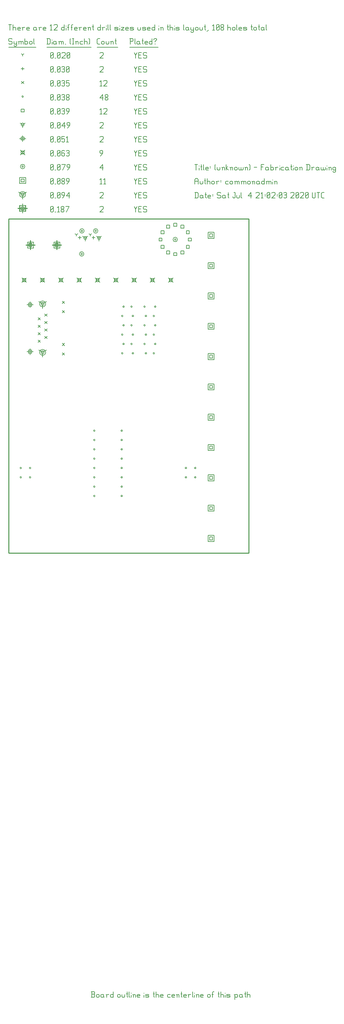
<source format=gbr>
G04 start of page 17 for group -3984 idx -3984 *
G04 Title: (unknown), fab *
G04 Creator: pcb 4.2.0 *
G04 CreationDate: Sat Jul  4 21:02:03 2020 UTC *
G04 For: commonadmin *
G04 Format: Gerber/RS-274X *
G04 PCB-Dimensions (mil): 3500.00 8250.00 *
G04 PCB-Coordinate-Origin: lower left *
%MOIN*%
%FSLAX25Y25*%
%LNFAB*%
%ADD213C,0.0100*%
%ADD212C,0.0075*%
%ADD211C,0.0060*%
%ADD210R,0.0080X0.0080*%
G54D210*X23500Y801800D02*Y792200D01*
X18700Y797000D02*X28300D01*
X21900Y798600D02*X25100D01*
X21900D02*Y795400D01*
X25100D01*
Y798600D02*Y795400D01*
X20300Y800200D02*X26700D01*
X20300D02*Y793800D01*
X26700D01*
Y800200D02*Y793800D01*
X51846Y801800D02*Y792200D01*
X47046Y797000D02*X56646D01*
X50246Y798600D02*X53446D01*
X50246D02*Y795400D01*
X53446D01*
Y798600D02*Y795400D01*
X48646Y800200D02*X55046D01*
X48646D02*Y793800D01*
X55046D01*
Y800200D02*Y793800D01*
X15000Y841050D02*Y831450D01*
X10200Y836250D02*X19800D01*
X13400Y837850D02*X16600D01*
X13400D02*Y834650D01*
X16600D01*
Y837850D02*Y834650D01*
X11800Y839450D02*X18200D01*
X11800D02*Y833050D01*
X18200D01*
Y839450D02*Y833050D01*
G54D211*X135000Y838500D02*X136500Y835500D01*
X138000Y838500D01*
X136500Y835500D02*Y832500D01*
X139800Y835800D02*X142050D01*
X139800Y832500D02*X142800D01*
X139800Y838500D02*Y832500D01*
Y838500D02*X142800D01*
X147600D02*X148350Y837750D01*
X145350Y838500D02*X147600D01*
X144600Y837750D02*X145350Y838500D01*
X144600Y837750D02*Y836250D01*
X145350Y835500D01*
X147600D01*
X148350Y834750D01*
Y833250D01*
X147600Y832500D02*X148350Y833250D01*
X145350Y832500D02*X147600D01*
X144600Y833250D02*X145350Y832500D01*
X98000Y837750D02*X98750Y838500D01*
X101000D01*
X101750Y837750D01*
Y836250D01*
X98000Y832500D02*X101750Y836250D01*
X98000Y832500D02*X101750D01*
X45000Y833250D02*X45750Y832500D01*
X45000Y837750D02*Y833250D01*
Y837750D02*X45750Y838500D01*
X47250D01*
X48000Y837750D01*
Y833250D01*
X47250Y832500D02*X48000Y833250D01*
X45750Y832500D02*X47250D01*
X45000Y834000D02*X48000Y837000D01*
X49800Y832500D02*X50550D01*
X52350Y837300D02*X53550Y838500D01*
Y832500D01*
X52350D02*X54600D01*
X56400Y833250D02*X57150Y832500D01*
X56400Y834450D02*Y833250D01*
Y834450D02*X57450Y835500D01*
X58350D01*
X59400Y834450D01*
Y833250D01*
X58650Y832500D02*X59400Y833250D01*
X57150Y832500D02*X58650D01*
X56400Y836550D02*X57450Y835500D01*
X56400Y837750D02*Y836550D01*
Y837750D02*X57150Y838500D01*
X58650D01*
X59400Y837750D01*
Y836550D01*
X58350Y835500D02*X59400Y836550D01*
X61950Y832500D02*X64950Y838500D01*
X61200D02*X64950D01*
X36500Y682000D02*Y677200D01*
Y682000D02*X40660Y684400D01*
X36500Y682000D02*X32340Y684400D01*
X34900Y682000D02*G75*G03X38100Y682000I1600J0D01*G01*
G75*G03X34900Y682000I-1600J0D01*G01*
X33300D02*G75*G03X39700Y682000I3200J0D01*G01*
G75*G03X33300Y682000I-3200J0D01*G01*
X36500Y733969D02*Y729169D01*
Y733969D02*X40660Y736369D01*
X36500Y733969D02*X32340Y736369D01*
X34900Y733969D02*G75*G03X38100Y733969I1600J0D01*G01*
G75*G03X34900Y733969I-1600J0D01*G01*
X33300D02*G75*G03X39700Y733969I3200J0D01*G01*
G75*G03X33300Y733969I-3200J0D01*G01*
X15000Y851250D02*Y846450D01*
Y851250D02*X19160Y853650D01*
X15000Y851250D02*X10840Y853650D01*
X13400Y851250D02*G75*G03X16600Y851250I1600J0D01*G01*
G75*G03X13400Y851250I-1600J0D01*G01*
X11800D02*G75*G03X18200Y851250I3200J0D01*G01*
G75*G03X11800Y851250I-3200J0D01*G01*
X135000Y853500D02*X136500Y850500D01*
X138000Y853500D01*
X136500Y850500D02*Y847500D01*
X139800Y850800D02*X142050D01*
X139800Y847500D02*X142800D01*
X139800Y853500D02*Y847500D01*
Y853500D02*X142800D01*
X147600D02*X148350Y852750D01*
X145350Y853500D02*X147600D01*
X144600Y852750D02*X145350Y853500D01*
X144600Y852750D02*Y851250D01*
X145350Y850500D01*
X147600D01*
X148350Y849750D01*
Y848250D01*
X147600Y847500D02*X148350Y848250D01*
X145350Y847500D02*X147600D01*
X144600Y848250D02*X145350Y847500D01*
X98000Y852750D02*X98750Y853500D01*
X101000D01*
X101750Y852750D01*
Y851250D01*
X98000Y847500D02*X101750Y851250D01*
X98000Y847500D02*X101750D01*
X45000Y848250D02*X45750Y847500D01*
X45000Y852750D02*Y848250D01*
Y852750D02*X45750Y853500D01*
X47250D01*
X48000Y852750D01*
Y848250D01*
X47250Y847500D02*X48000Y848250D01*
X45750Y847500D02*X47250D01*
X45000Y849000D02*X48000Y852000D01*
X49800Y847500D02*X50550D01*
X52350Y848250D02*X53100Y847500D01*
X52350Y852750D02*Y848250D01*
Y852750D02*X53100Y853500D01*
X54600D01*
X55350Y852750D01*
Y848250D01*
X54600Y847500D02*X55350Y848250D01*
X53100Y847500D02*X54600D01*
X52350Y849000D02*X55350Y852000D01*
X57900Y847500D02*X60150Y850500D01*
Y852750D02*Y850500D01*
X59400Y853500D02*X60150Y852750D01*
X57900Y853500D02*X59400D01*
X57150Y852750D02*X57900Y853500D01*
X57150Y852750D02*Y851250D01*
X57900Y850500D01*
X60150D01*
X61950Y849750D02*X64950Y853500D01*
X61950Y849750D02*X65700D01*
X64950Y853500D02*Y847500D01*
X215900Y484100D02*X219100D01*
X215900D02*Y480900D01*
X219100D01*
Y484100D02*Y480900D01*
X214300Y485700D02*X220700D01*
X214300D02*Y479300D01*
X220700D01*
Y485700D02*Y479300D01*
X215900Y516600D02*X219100D01*
X215900D02*Y513400D01*
X219100D01*
Y516600D02*Y513400D01*
X214300Y518200D02*X220700D01*
X214300D02*Y511800D01*
X220700D01*
Y518200D02*Y511800D01*
X215900Y809100D02*X219100D01*
X215900D02*Y805900D01*
X219100D01*
Y809100D02*Y805900D01*
X214300Y810700D02*X220700D01*
X214300D02*Y804300D01*
X220700D01*
Y810700D02*Y804300D01*
X215900Y776600D02*X219100D01*
X215900D02*Y773400D01*
X219100D01*
Y776600D02*Y773400D01*
X214300Y778200D02*X220700D01*
X214300D02*Y771800D01*
X220700D01*
Y778200D02*Y771800D01*
X215900Y744100D02*X219100D01*
X215900D02*Y740900D01*
X219100D01*
Y744100D02*Y740900D01*
X214300Y745700D02*X220700D01*
X214300D02*Y739300D01*
X220700D01*
Y745700D02*Y739300D01*
X215900Y711600D02*X219100D01*
X215900D02*Y708400D01*
X219100D01*
Y711600D02*Y708400D01*
X214300Y713200D02*X220700D01*
X214300D02*Y706800D01*
X220700D01*
Y713200D02*Y706800D01*
X215900Y679100D02*X219100D01*
X215900D02*Y675900D01*
X219100D01*
Y679100D02*Y675900D01*
X214300Y680700D02*X220700D01*
X214300D02*Y674300D01*
X220700D01*
Y680700D02*Y674300D01*
X215900Y646600D02*X219100D01*
X215900D02*Y643400D01*
X219100D01*
Y646600D02*Y643400D01*
X214300Y648200D02*X220700D01*
X214300D02*Y641800D01*
X220700D01*
Y648200D02*Y641800D01*
X215900Y614100D02*X219100D01*
X215900D02*Y610900D01*
X219100D01*
Y614100D02*Y610900D01*
X214300Y615700D02*X220700D01*
X214300D02*Y609300D01*
X220700D01*
Y615700D02*Y609300D01*
X215900Y581600D02*X219100D01*
X215900D02*Y578400D01*
X219100D01*
Y581600D02*Y578400D01*
X214300Y583200D02*X220700D01*
X214300D02*Y576800D01*
X220700D01*
Y583200D02*Y576800D01*
X215900Y549100D02*X219100D01*
X215900D02*Y545900D01*
X219100D01*
Y549100D02*Y545900D01*
X214300Y550700D02*X220700D01*
X214300D02*Y544300D01*
X220700D01*
Y550700D02*Y544300D01*
X13400Y867850D02*X16600D01*
X13400D02*Y864650D01*
X16600D01*
Y867850D02*Y864650D01*
X11800Y869450D02*X18200D01*
X11800D02*Y863050D01*
X18200D01*
Y869450D02*Y863050D01*
X135000Y868500D02*X136500Y865500D01*
X138000Y868500D01*
X136500Y865500D02*Y862500D01*
X139800Y865800D02*X142050D01*
X139800Y862500D02*X142800D01*
X139800Y868500D02*Y862500D01*
Y868500D02*X142800D01*
X147600D02*X148350Y867750D01*
X145350Y868500D02*X147600D01*
X144600Y867750D02*X145350Y868500D01*
X144600Y867750D02*Y866250D01*
X145350Y865500D01*
X147600D01*
X148350Y864750D01*
Y863250D01*
X147600Y862500D02*X148350Y863250D01*
X145350Y862500D02*X147600D01*
X144600Y863250D02*X145350Y862500D01*
X98000Y867300D02*X99200Y868500D01*
Y862500D01*
X98000D02*X100250D01*
X102050Y867300D02*X103250Y868500D01*
Y862500D01*
X102050D02*X104300D01*
X45000Y863250D02*X45750Y862500D01*
X45000Y867750D02*Y863250D01*
Y867750D02*X45750Y868500D01*
X47250D01*
X48000Y867750D01*
Y863250D01*
X47250Y862500D02*X48000Y863250D01*
X45750Y862500D02*X47250D01*
X45000Y864000D02*X48000Y867000D01*
X49800Y862500D02*X50550D01*
X52350Y863250D02*X53100Y862500D01*
X52350Y867750D02*Y863250D01*
Y867750D02*X53100Y868500D01*
X54600D01*
X55350Y867750D01*
Y863250D01*
X54600Y862500D02*X55350Y863250D01*
X53100Y862500D02*X54600D01*
X52350Y864000D02*X55350Y867000D01*
X57150Y863250D02*X57900Y862500D01*
X57150Y864450D02*Y863250D01*
Y864450D02*X58200Y865500D01*
X59100D01*
X60150Y864450D01*
Y863250D01*
X59400Y862500D02*X60150Y863250D01*
X57900Y862500D02*X59400D01*
X57150Y866550D02*X58200Y865500D01*
X57150Y867750D02*Y866550D01*
Y867750D02*X57900Y868500D01*
X59400D01*
X60150Y867750D01*
Y866550D01*
X59100Y865500D02*X60150Y866550D01*
X62700Y862500D02*X64950Y865500D01*
Y867750D02*Y865500D01*
X64200Y868500D02*X64950Y867750D01*
X62700Y868500D02*X64200D01*
X61950Y867750D02*X62700Y868500D01*
X61950Y867750D02*Y866250D01*
X62700Y865500D01*
X64950D01*
X178200Y803000D02*G75*G03X179800Y803000I800J0D01*G01*
G75*G03X178200Y803000I-800J0D01*G01*
X176600D02*G75*G03X181400Y803000I2400J0D01*G01*
G75*G03X176600Y803000I-2400J0D01*G01*
X77700Y787500D02*G75*G03X79300Y787500I800J0D01*G01*
G75*G03X77700Y787500I-800J0D01*G01*
X76100D02*G75*G03X80900Y787500I2400J0D01*G01*
G75*G03X76100Y787500I-2400J0D01*G01*
X77940Y812205D02*G75*G03X79540Y812205I800J0D01*G01*
G75*G03X77940Y812205I-800J0D01*G01*
X76340D02*G75*G03X81140Y812205I2400J0D01*G01*
G75*G03X76340Y812205I-2400J0D01*G01*
X92704D02*G75*G03X94304Y812205I800J0D01*G01*
G75*G03X92704Y812205I-800J0D01*G01*
X91104D02*G75*G03X95904Y812205I2400J0D01*G01*
G75*G03X91104Y812205I-2400J0D01*G01*
X14200Y881250D02*G75*G03X15800Y881250I800J0D01*G01*
G75*G03X14200Y881250I-800J0D01*G01*
X12600D02*G75*G03X17400Y881250I2400J0D01*G01*
G75*G03X12600Y881250I-2400J0D01*G01*
X135000Y883500D02*X136500Y880500D01*
X138000Y883500D01*
X136500Y880500D02*Y877500D01*
X139800Y880800D02*X142050D01*
X139800Y877500D02*X142800D01*
X139800Y883500D02*Y877500D01*
Y883500D02*X142800D01*
X147600D02*X148350Y882750D01*
X145350Y883500D02*X147600D01*
X144600Y882750D02*X145350Y883500D01*
X144600Y882750D02*Y881250D01*
X145350Y880500D01*
X147600D01*
X148350Y879750D01*
Y878250D01*
X147600Y877500D02*X148350Y878250D01*
X145350Y877500D02*X147600D01*
X144600Y878250D02*X145350Y877500D01*
X98000Y879750D02*X101000Y883500D01*
X98000Y879750D02*X101750D01*
X101000Y883500D02*Y877500D01*
X45000Y878250D02*X45750Y877500D01*
X45000Y882750D02*Y878250D01*
Y882750D02*X45750Y883500D01*
X47250D01*
X48000Y882750D01*
Y878250D01*
X47250Y877500D02*X48000Y878250D01*
X45750Y877500D02*X47250D01*
X45000Y879000D02*X48000Y882000D01*
X49800Y877500D02*X50550D01*
X52350Y878250D02*X53100Y877500D01*
X52350Y882750D02*Y878250D01*
Y882750D02*X53100Y883500D01*
X54600D01*
X55350Y882750D01*
Y878250D01*
X54600Y877500D02*X55350Y878250D01*
X53100Y877500D02*X54600D01*
X52350Y879000D02*X55350Y882000D01*
X57900Y877500D02*X60900Y883500D01*
X57150D02*X60900D01*
X63450Y877500D02*X65700Y880500D01*
Y882750D02*Y880500D01*
X64950Y883500D02*X65700Y882750D01*
X63450Y883500D02*X64950D01*
X62700Y882750D02*X63450Y883500D01*
X62700Y882750D02*Y881250D01*
X63450Y880500D01*
X65700D01*
X14360Y761900D02*X19160Y757100D01*
X14360D02*X19160Y761900D01*
X15160Y761100D02*X18360D01*
X15160D02*Y757900D01*
X18360D01*
Y761100D02*Y757900D01*
X34045Y761900D02*X38845Y757100D01*
X34045D02*X38845Y761900D01*
X34845Y761100D02*X38045D01*
X34845D02*Y757900D01*
X38045D01*
Y761100D02*Y757900D01*
X53730Y761900D02*X58530Y757100D01*
X53730D02*X58530Y761900D01*
X54530Y761100D02*X57730D01*
X54530D02*Y757900D01*
X57730D01*
Y761100D02*Y757900D01*
X73415Y761900D02*X78215Y757100D01*
X73415D02*X78215Y761900D01*
X74215Y761100D02*X77415D01*
X74215D02*Y757900D01*
X77415D01*
Y761100D02*Y757900D01*
X93100Y761900D02*X97900Y757100D01*
X93100D02*X97900Y761900D01*
X93900Y761100D02*X97100D01*
X93900D02*Y757900D01*
X97100D01*
Y761100D02*Y757900D01*
X112785Y761900D02*X117585Y757100D01*
X112785D02*X117585Y761900D01*
X113585Y761100D02*X116785D01*
X113585D02*Y757900D01*
X116785D01*
Y761100D02*Y757900D01*
X132470Y761900D02*X137270Y757100D01*
X132470D02*X137270Y761900D01*
X133270Y761100D02*X136470D01*
X133270D02*Y757900D01*
X136470D01*
Y761100D02*Y757900D01*
X152155Y761900D02*X156955Y757100D01*
X152155D02*X156955Y761900D01*
X152955Y761100D02*X156155D01*
X152955D02*Y757900D01*
X156155D01*
Y761100D02*Y757900D01*
X171840Y761900D02*X176640Y757100D01*
X171840D02*X176640Y761900D01*
X172640Y761100D02*X175840D01*
X172640D02*Y757900D01*
X175840D01*
Y761100D02*Y757900D01*
X12600Y898650D02*X17400Y893850D01*
X12600D02*X17400Y898650D01*
X13400Y897850D02*X16600D01*
X13400D02*Y894650D01*
X16600D01*
Y897850D02*Y894650D01*
X135000Y898500D02*X136500Y895500D01*
X138000Y898500D01*
X136500Y895500D02*Y892500D01*
X139800Y895800D02*X142050D01*
X139800Y892500D02*X142800D01*
X139800Y898500D02*Y892500D01*
Y898500D02*X142800D01*
X147600D02*X148350Y897750D01*
X145350Y898500D02*X147600D01*
X144600Y897750D02*X145350Y898500D01*
X144600Y897750D02*Y896250D01*
X145350Y895500D01*
X147600D01*
X148350Y894750D01*
Y893250D01*
X147600Y892500D02*X148350Y893250D01*
X145350Y892500D02*X147600D01*
X144600Y893250D02*X145350Y892500D01*
X98750D02*X101000Y895500D01*
Y897750D02*Y895500D01*
X100250Y898500D02*X101000Y897750D01*
X98750Y898500D02*X100250D01*
X98000Y897750D02*X98750Y898500D01*
X98000Y897750D02*Y896250D01*
X98750Y895500D01*
X101000D01*
X45000Y893250D02*X45750Y892500D01*
X45000Y897750D02*Y893250D01*
Y897750D02*X45750Y898500D01*
X47250D01*
X48000Y897750D01*
Y893250D01*
X47250Y892500D02*X48000Y893250D01*
X45750Y892500D02*X47250D01*
X45000Y894000D02*X48000Y897000D01*
X49800Y892500D02*X50550D01*
X52350Y893250D02*X53100Y892500D01*
X52350Y897750D02*Y893250D01*
Y897750D02*X53100Y898500D01*
X54600D01*
X55350Y897750D01*
Y893250D01*
X54600Y892500D02*X55350Y893250D01*
X53100Y892500D02*X54600D01*
X52350Y894000D02*X55350Y897000D01*
X59400Y898500D02*X60150Y897750D01*
X57900Y898500D02*X59400D01*
X57150Y897750D02*X57900Y898500D01*
X57150Y897750D02*Y893250D01*
X57900Y892500D01*
X59400Y895800D02*X60150Y895050D01*
X57150Y895800D02*X59400D01*
X57900Y892500D02*X59400D01*
X60150Y893250D01*
Y895050D02*Y893250D01*
X61950Y897750D02*X62700Y898500D01*
X64200D01*
X64950Y897750D01*
X64200Y892500D02*X64950Y893250D01*
X62700Y892500D02*X64200D01*
X61950Y893250D02*X62700Y892500D01*
Y895800D02*X64200D01*
X64950Y897750D02*Y896550D01*
Y895050D02*Y893250D01*
Y895050D02*X64200Y895800D01*
X64950Y896550D02*X64200Y895800D01*
X22996Y736381D02*Y729981D01*
X19796Y733181D02*X26196D01*
X21396Y734781D02*X24596D01*
X21396D02*Y731581D01*
X24596D01*
Y734781D02*Y731581D01*
X22996Y685987D02*Y679587D01*
X19796Y682787D02*X26196D01*
X21396Y684387D02*X24596D01*
X21396D02*Y681187D01*
X24596D01*
Y684387D02*Y681187D01*
X15000Y914450D02*Y908050D01*
X11800Y911250D02*X18200D01*
X13400Y912850D02*X16600D01*
X13400D02*Y909650D01*
X16600D01*
Y912850D02*Y909650D01*
X135000Y913500D02*X136500Y910500D01*
X138000Y913500D01*
X136500Y910500D02*Y907500D01*
X139800Y910800D02*X142050D01*
X139800Y907500D02*X142800D01*
X139800Y913500D02*Y907500D01*
Y913500D02*X142800D01*
X147600D02*X148350Y912750D01*
X145350Y913500D02*X147600D01*
X144600Y912750D02*X145350Y913500D01*
X144600Y912750D02*Y911250D01*
X145350Y910500D01*
X147600D01*
X148350Y909750D01*
Y908250D01*
X147600Y907500D02*X148350Y908250D01*
X145350Y907500D02*X147600D01*
X144600Y908250D02*X145350Y907500D01*
X98000Y912750D02*X98750Y913500D01*
X101000D01*
X101750Y912750D01*
Y911250D01*
X98000Y907500D02*X101750Y911250D01*
X98000Y907500D02*X101750D01*
X45000Y908250D02*X45750Y907500D01*
X45000Y912750D02*Y908250D01*
Y912750D02*X45750Y913500D01*
X47250D01*
X48000Y912750D01*
Y908250D01*
X47250Y907500D02*X48000Y908250D01*
X45750Y907500D02*X47250D01*
X45000Y909000D02*X48000Y912000D01*
X49800Y907500D02*X50550D01*
X52350Y908250D02*X53100Y907500D01*
X52350Y912750D02*Y908250D01*
Y912750D02*X53100Y913500D01*
X54600D01*
X55350Y912750D01*
Y908250D01*
X54600Y907500D02*X55350Y908250D01*
X53100Y907500D02*X54600D01*
X52350Y909000D02*X55350Y912000D01*
X57150Y913500D02*X60150D01*
X57150D02*Y910500D01*
X57900Y911250D01*
X59400D01*
X60150Y910500D01*
Y908250D01*
X59400Y907500D02*X60150Y908250D01*
X57900Y907500D02*X59400D01*
X57150Y908250D02*X57900Y907500D01*
X61950Y912300D02*X63150Y913500D01*
Y907500D01*
X61950D02*X64200D01*
X82283Y804724D02*Y801524D01*
Y804724D02*X85057Y806324D01*
X82283Y804724D02*X79510Y806324D01*
X80683Y804724D02*G75*G03X83883Y804724I1600J0D01*G01*
G75*G03X80683Y804724I-1600J0D01*G01*
X97047D02*Y801524D01*
Y804724D02*X99821Y806324D01*
X97047Y804724D02*X94274Y806324D01*
X95447Y804724D02*G75*G03X98647Y804724I1600J0D01*G01*
G75*G03X95447Y804724I-1600J0D01*G01*
X15000Y926250D02*Y923050D01*
Y926250D02*X17773Y927850D01*
X15000Y926250D02*X12227Y927850D01*
X13400Y926250D02*G75*G03X16600Y926250I1600J0D01*G01*
G75*G03X13400Y926250I-1600J0D01*G01*
X135000Y928500D02*X136500Y925500D01*
X138000Y928500D01*
X136500Y925500D02*Y922500D01*
X139800Y925800D02*X142050D01*
X139800Y922500D02*X142800D01*
X139800Y928500D02*Y922500D01*
Y928500D02*X142800D01*
X147600D02*X148350Y927750D01*
X145350Y928500D02*X147600D01*
X144600Y927750D02*X145350Y928500D01*
X144600Y927750D02*Y926250D01*
X145350Y925500D01*
X147600D01*
X148350Y924750D01*
Y923250D01*
X147600Y922500D02*X148350Y923250D01*
X145350Y922500D02*X147600D01*
X144600Y923250D02*X145350Y922500D01*
X98000Y927750D02*X98750Y928500D01*
X101000D01*
X101750Y927750D01*
Y926250D01*
X98000Y922500D02*X101750Y926250D01*
X98000Y922500D02*X101750D01*
X45000Y923250D02*X45750Y922500D01*
X45000Y927750D02*Y923250D01*
Y927750D02*X45750Y928500D01*
X47250D01*
X48000Y927750D01*
Y923250D01*
X47250Y922500D02*X48000Y923250D01*
X45750Y922500D02*X47250D01*
X45000Y924000D02*X48000Y927000D01*
X49800Y922500D02*X50550D01*
X52350Y923250D02*X53100Y922500D01*
X52350Y927750D02*Y923250D01*
Y927750D02*X53100Y928500D01*
X54600D01*
X55350Y927750D01*
Y923250D01*
X54600Y922500D02*X55350Y923250D01*
X53100Y922500D02*X54600D01*
X52350Y924000D02*X55350Y927000D01*
X57150Y924750D02*X60150Y928500D01*
X57150Y924750D02*X60900D01*
X60150Y928500D02*Y922500D01*
X63450D02*X65700Y925500D01*
Y927750D02*Y925500D01*
X64950Y928500D02*X65700Y927750D01*
X63450Y928500D02*X64950D01*
X62700Y927750D02*X63450Y928500D01*
X62700Y927750D02*Y926250D01*
X63450Y925500D01*
X65700D01*
X193148Y804600D02*X196348D01*
X193148D02*Y801400D01*
X196348D01*
Y804600D02*Y801400D01*
X177400Y820348D02*X180600D01*
X177400D02*Y817148D01*
X180600D01*
Y820348D02*Y817148D01*
X161652Y804600D02*X164852D01*
X161652D02*Y801400D01*
X164852D01*
Y804600D02*Y801400D01*
X177400Y788852D02*X180600D01*
X177400D02*Y785652D01*
X180600D01*
Y788852D02*Y785652D01*
X163817Y796726D02*X167017D01*
X163817D02*Y793526D01*
X167017D01*
Y796726D02*Y793526D01*
X169723Y790820D02*X172923D01*
X169723D02*Y787620D01*
X172923D01*
Y790820D02*Y787620D01*
X190983Y796726D02*X194183D01*
X190983D02*Y793526D01*
X194183D01*
Y796726D02*Y793526D01*
X185077Y790820D02*X188277D01*
X185077D02*Y787620D01*
X188277D01*
Y790820D02*Y787620D01*
X190983Y812474D02*X194183D01*
X190983D02*Y809274D01*
X194183D01*
Y812474D02*Y809274D01*
X163817Y812474D02*X167017D01*
X163817D02*Y809274D01*
X167017D01*
Y812474D02*Y809274D01*
X185077Y818380D02*X188277D01*
X185077D02*Y815180D01*
X188277D01*
Y818380D02*Y815180D01*
X169723Y818380D02*X172923D01*
X169723D02*Y815180D01*
X172923D01*
Y818380D02*Y815180D01*
X13400Y942850D02*X16600D01*
X13400D02*Y939650D01*
X16600D01*
Y942850D02*Y939650D01*
X135000Y943500D02*X136500Y940500D01*
X138000Y943500D01*
X136500Y940500D02*Y937500D01*
X139800Y940800D02*X142050D01*
X139800Y937500D02*X142800D01*
X139800Y943500D02*Y937500D01*
Y943500D02*X142800D01*
X147600D02*X148350Y942750D01*
X145350Y943500D02*X147600D01*
X144600Y942750D02*X145350Y943500D01*
X144600Y942750D02*Y941250D01*
X145350Y940500D01*
X147600D01*
X148350Y939750D01*
Y938250D01*
X147600Y937500D02*X148350Y938250D01*
X145350Y937500D02*X147600D01*
X144600Y938250D02*X145350Y937500D01*
X98000Y942300D02*X99200Y943500D01*
Y937500D01*
X98000D02*X100250D01*
X102050Y942750D02*X102800Y943500D01*
X105050D01*
X105800Y942750D01*
Y941250D01*
X102050Y937500D02*X105800Y941250D01*
X102050Y937500D02*X105800D01*
X45000Y938250D02*X45750Y937500D01*
X45000Y942750D02*Y938250D01*
Y942750D02*X45750Y943500D01*
X47250D01*
X48000Y942750D01*
Y938250D01*
X47250Y937500D02*X48000Y938250D01*
X45750Y937500D02*X47250D01*
X45000Y939000D02*X48000Y942000D01*
X49800Y937500D02*X50550D01*
X52350Y938250D02*X53100Y937500D01*
X52350Y942750D02*Y938250D01*
Y942750D02*X53100Y943500D01*
X54600D01*
X55350Y942750D01*
Y938250D01*
X54600Y937500D02*X55350Y938250D01*
X53100Y937500D02*X54600D01*
X52350Y939000D02*X55350Y942000D01*
X57150Y942750D02*X57900Y943500D01*
X59400D01*
X60150Y942750D01*
X59400Y937500D02*X60150Y938250D01*
X57900Y937500D02*X59400D01*
X57150Y938250D02*X57900Y937500D01*
Y940800D02*X59400D01*
X60150Y942750D02*Y941550D01*
Y940050D02*Y938250D01*
Y940050D02*X59400Y940800D01*
X60150Y941550D02*X59400Y940800D01*
X62700Y937500D02*X64950Y940500D01*
Y942750D02*Y940500D01*
X64200Y943500D02*X64950Y942750D01*
X62700Y943500D02*X64200D01*
X61950Y942750D02*X62700Y943500D01*
X61950Y942750D02*Y941250D01*
X62700Y940500D01*
X64950D01*
X145200Y731000D02*G75*G03X146800Y731000I800J0D01*G01*
G75*G03X145200Y731000I-800J0D01*G01*
X156700D02*G75*G03X158300Y731000I800J0D01*G01*
G75*G03X156700Y731000I-800J0D01*G01*
X155200Y721000D02*G75*G03X156800Y721000I800J0D01*G01*
G75*G03X155200Y721000I-800J0D01*G01*
X146700D02*G75*G03X148300Y721000I800J0D01*G01*
G75*G03X146700Y721000I-800J0D01*G01*
X145200Y711000D02*G75*G03X146800Y711000I800J0D01*G01*
G75*G03X145200Y711000I-800J0D01*G01*
X146700Y701000D02*G75*G03X148300Y701000I800J0D01*G01*
G75*G03X146700Y701000I-800J0D01*G01*
X145200Y691000D02*G75*G03X146800Y691000I800J0D01*G01*
G75*G03X145200Y691000I-800J0D01*G01*
X146700Y681000D02*G75*G03X148300Y681000I800J0D01*G01*
G75*G03X146700Y681000I-800J0D01*G01*
X156700Y711000D02*G75*G03X158300Y711000I800J0D01*G01*
G75*G03X156700Y711000I-800J0D01*G01*
X155200Y701000D02*G75*G03X156800Y701000I800J0D01*G01*
G75*G03X155200Y701000I-800J0D01*G01*
X156700Y691000D02*G75*G03X158300Y691000I800J0D01*G01*
G75*G03X156700Y691000I-800J0D01*G01*
X155200Y681000D02*G75*G03X156800Y681000I800J0D01*G01*
G75*G03X155200Y681000I-800J0D01*G01*
X122700Y731000D02*G75*G03X124300Y731000I800J0D01*G01*
G75*G03X122700Y731000I-800J0D01*G01*
X121200Y721000D02*G75*G03X122800Y721000I800J0D01*G01*
G75*G03X121200Y721000I-800J0D01*G01*
X122700Y711000D02*G75*G03X124300Y711000I800J0D01*G01*
G75*G03X122700Y711000I-800J0D01*G01*
X121200Y701000D02*G75*G03X122800Y701000I800J0D01*G01*
G75*G03X121200Y701000I-800J0D01*G01*
X131200Y731000D02*G75*G03X132800Y731000I800J0D01*G01*
G75*G03X131200Y731000I-800J0D01*G01*
X132700Y721000D02*G75*G03X134300Y721000I800J0D01*G01*
G75*G03X132700Y721000I-800J0D01*G01*
X131200Y711000D02*G75*G03X132800Y711000I800J0D01*G01*
G75*G03X131200Y711000I-800J0D01*G01*
X132700Y701000D02*G75*G03X134300Y701000I800J0D01*G01*
G75*G03X132700Y701000I-800J0D01*G01*
X131200Y691000D02*G75*G03X132800Y691000I800J0D01*G01*
G75*G03X131200Y691000I-800J0D01*G01*
X122700D02*G75*G03X124300Y691000I800J0D01*G01*
G75*G03X122700Y691000I-800J0D01*G01*
X121200Y681000D02*G75*G03X122800Y681000I800J0D01*G01*
G75*G03X121200Y681000I-800J0D01*G01*
X132700D02*G75*G03X134300Y681000I800J0D01*G01*
G75*G03X132700Y681000I-800J0D01*G01*
X91200Y598000D02*G75*G03X92800Y598000I800J0D01*G01*
G75*G03X91200Y598000I-800J0D01*G01*
Y588000D02*G75*G03X92800Y588000I800J0D01*G01*
G75*G03X91200Y588000I-800J0D01*G01*
Y578000D02*G75*G03X92800Y578000I800J0D01*G01*
G75*G03X91200Y578000I-800J0D01*G01*
Y568000D02*G75*G03X92800Y568000I800J0D01*G01*
G75*G03X91200Y568000I-800J0D01*G01*
Y558000D02*G75*G03X92800Y558000I800J0D01*G01*
G75*G03X91200Y558000I-800J0D01*G01*
Y548000D02*G75*G03X92800Y548000I800J0D01*G01*
G75*G03X91200Y548000I-800J0D01*G01*
Y538000D02*G75*G03X92800Y538000I800J0D01*G01*
G75*G03X91200Y538000I-800J0D01*G01*
Y528000D02*G75*G03X92800Y528000I800J0D01*G01*
G75*G03X91200Y528000I-800J0D01*G01*
X120700Y598000D02*G75*G03X122300Y598000I800J0D01*G01*
G75*G03X120700Y598000I-800J0D01*G01*
Y588000D02*G75*G03X122300Y588000I800J0D01*G01*
G75*G03X120700Y588000I-800J0D01*G01*
Y578000D02*G75*G03X122300Y578000I800J0D01*G01*
G75*G03X120700Y578000I-800J0D01*G01*
Y568000D02*G75*G03X122300Y568000I800J0D01*G01*
G75*G03X120700Y568000I-800J0D01*G01*
Y558000D02*G75*G03X122300Y558000I800J0D01*G01*
G75*G03X120700Y558000I-800J0D01*G01*
Y548000D02*G75*G03X122300Y548000I800J0D01*G01*
G75*G03X120700Y548000I-800J0D01*G01*
Y538000D02*G75*G03X122300Y538000I800J0D01*G01*
G75*G03X120700Y538000I-800J0D01*G01*
Y528000D02*G75*G03X122300Y528000I800J0D01*G01*
G75*G03X120700Y528000I-800J0D01*G01*
X12200Y558000D02*G75*G03X13800Y558000I800J0D01*G01*
G75*G03X12200Y558000I-800J0D01*G01*
Y548000D02*G75*G03X13800Y548000I800J0D01*G01*
G75*G03X12200Y548000I-800J0D01*G01*
X22200D02*G75*G03X23800Y548000I800J0D01*G01*
G75*G03X22200Y548000I-800J0D01*G01*
Y558000D02*G75*G03X23800Y558000I800J0D01*G01*
G75*G03X22200Y558000I-800J0D01*G01*
X189700D02*G75*G03X191300Y558000I800J0D01*G01*
G75*G03X189700Y558000I-800J0D01*G01*
Y548000D02*G75*G03X191300Y548000I800J0D01*G01*
G75*G03X189700Y548000I-800J0D01*G01*
X199700D02*G75*G03X201300Y548000I800J0D01*G01*
G75*G03X199700Y548000I-800J0D01*G01*
Y558000D02*G75*G03X201300Y558000I800J0D01*G01*
G75*G03X199700Y558000I-800J0D01*G01*
X14200Y956250D02*G75*G03X15800Y956250I800J0D01*G01*
G75*G03X14200Y956250I-800J0D01*G01*
X135000Y958500D02*X136500Y955500D01*
X138000Y958500D01*
X136500Y955500D02*Y952500D01*
X139800Y955800D02*X142050D01*
X139800Y952500D02*X142800D01*
X139800Y958500D02*Y952500D01*
Y958500D02*X142800D01*
X147600D02*X148350Y957750D01*
X145350Y958500D02*X147600D01*
X144600Y957750D02*X145350Y958500D01*
X144600Y957750D02*Y956250D01*
X145350Y955500D01*
X147600D01*
X148350Y954750D01*
Y953250D01*
X147600Y952500D02*X148350Y953250D01*
X145350Y952500D02*X147600D01*
X144600Y953250D02*X145350Y952500D01*
X98000Y954750D02*X101000Y958500D01*
X98000Y954750D02*X101750D01*
X101000Y958500D02*Y952500D01*
X103550Y953250D02*X104300Y952500D01*
X103550Y954450D02*Y953250D01*
Y954450D02*X104600Y955500D01*
X105500D01*
X106550Y954450D01*
Y953250D01*
X105800Y952500D02*X106550Y953250D01*
X104300Y952500D02*X105800D01*
X103550Y956550D02*X104600Y955500D01*
X103550Y957750D02*Y956550D01*
Y957750D02*X104300Y958500D01*
X105800D01*
X106550Y957750D01*
Y956550D01*
X105500Y955500D02*X106550Y956550D01*
X45000Y953250D02*X45750Y952500D01*
X45000Y957750D02*Y953250D01*
Y957750D02*X45750Y958500D01*
X47250D01*
X48000Y957750D01*
Y953250D01*
X47250Y952500D02*X48000Y953250D01*
X45750Y952500D02*X47250D01*
X45000Y954000D02*X48000Y957000D01*
X49800Y952500D02*X50550D01*
X52350Y953250D02*X53100Y952500D01*
X52350Y957750D02*Y953250D01*
Y957750D02*X53100Y958500D01*
X54600D01*
X55350Y957750D01*
Y953250D01*
X54600Y952500D02*X55350Y953250D01*
X53100Y952500D02*X54600D01*
X52350Y954000D02*X55350Y957000D01*
X57150Y957750D02*X57900Y958500D01*
X59400D01*
X60150Y957750D01*
X59400Y952500D02*X60150Y953250D01*
X57900Y952500D02*X59400D01*
X57150Y953250D02*X57900Y952500D01*
Y955800D02*X59400D01*
X60150Y957750D02*Y956550D01*
Y955050D02*Y953250D01*
Y955050D02*X59400Y955800D01*
X60150Y956550D02*X59400Y955800D01*
X61950Y953250D02*X62700Y952500D01*
X61950Y954450D02*Y953250D01*
Y954450D02*X63000Y955500D01*
X63900D01*
X64950Y954450D01*
Y953250D01*
X64200Y952500D02*X64950Y953250D01*
X62700Y952500D02*X64200D01*
X61950Y956550D02*X63000Y955500D01*
X61950Y957750D02*Y956550D01*
Y957750D02*X62700Y958500D01*
X64200D01*
X64950Y957750D01*
Y956550D01*
X63900Y955500D02*X64950Y956550D01*
X57780Y726704D02*X60180Y724304D01*
X57780D02*X60180Y726704D01*
X57780Y736743D02*X60180Y734343D01*
X57780D02*X60180Y736743D01*
X31757Y711192D02*X34157Y708792D01*
X31757D02*X34157Y711192D01*
X31757Y719224D02*X34157Y716824D01*
X31757D02*X34157Y719224D01*
X31757Y703161D02*X34157Y700761D01*
X31757D02*X34157Y703161D01*
X31757Y695129D02*X34157Y692729D01*
X31757D02*X34157Y695129D01*
X38843Y707176D02*X41243Y704776D01*
X38843D02*X41243Y707176D01*
X38843Y699145D02*X41243Y696745D01*
X38843D02*X41243Y699145D01*
X38843Y715208D02*X41243Y712808D01*
X38843D02*X41243Y715208D01*
X38843Y723239D02*X41243Y720839D01*
X38843D02*X41243Y723239D01*
X57780Y681625D02*X60180Y679225D01*
X57780D02*X60180Y681625D01*
X57780Y691665D02*X60180Y689265D01*
X57780D02*X60180Y691665D01*
X13800Y972450D02*X16200Y970050D01*
X13800D02*X16200Y972450D01*
X135000Y973500D02*X136500Y970500D01*
X138000Y973500D01*
X136500Y970500D02*Y967500D01*
X139800Y970800D02*X142050D01*
X139800Y967500D02*X142800D01*
X139800Y973500D02*Y967500D01*
Y973500D02*X142800D01*
X147600D02*X148350Y972750D01*
X145350Y973500D02*X147600D01*
X144600Y972750D02*X145350Y973500D01*
X144600Y972750D02*Y971250D01*
X145350Y970500D01*
X147600D01*
X148350Y969750D01*
Y968250D01*
X147600Y967500D02*X148350Y968250D01*
X145350Y967500D02*X147600D01*
X144600Y968250D02*X145350Y967500D01*
X98000Y972300D02*X99200Y973500D01*
Y967500D01*
X98000D02*X100250D01*
X102050Y972750D02*X102800Y973500D01*
X105050D01*
X105800Y972750D01*
Y971250D01*
X102050Y967500D02*X105800Y971250D01*
X102050Y967500D02*X105800D01*
X45000Y968250D02*X45750Y967500D01*
X45000Y972750D02*Y968250D01*
Y972750D02*X45750Y973500D01*
X47250D01*
X48000Y972750D01*
Y968250D01*
X47250Y967500D02*X48000Y968250D01*
X45750Y967500D02*X47250D01*
X45000Y969000D02*X48000Y972000D01*
X49800Y967500D02*X50550D01*
X52350Y968250D02*X53100Y967500D01*
X52350Y972750D02*Y968250D01*
Y972750D02*X53100Y973500D01*
X54600D01*
X55350Y972750D01*
Y968250D01*
X54600Y967500D02*X55350Y968250D01*
X53100Y967500D02*X54600D01*
X52350Y969000D02*X55350Y972000D01*
X57150Y972750D02*X57900Y973500D01*
X59400D01*
X60150Y972750D01*
X59400Y967500D02*X60150Y968250D01*
X57900Y967500D02*X59400D01*
X57150Y968250D02*X57900Y967500D01*
Y970800D02*X59400D01*
X60150Y972750D02*Y971550D01*
Y970050D02*Y968250D01*
Y970050D02*X59400Y970800D01*
X60150Y971550D02*X59400Y970800D01*
X61950Y973500D02*X64950D01*
X61950D02*Y970500D01*
X62700Y971250D01*
X64200D01*
X64950Y970500D01*
Y968250D01*
X64200Y967500D02*X64950Y968250D01*
X62700Y967500D02*X64200D01*
X61950Y968250D02*X62700Y967500D01*
X76378Y806718D02*Y803518D01*
X74778Y805118D02*X77978D01*
X91142Y806718D02*Y803518D01*
X89542Y805118D02*X92742D01*
X15000Y987850D02*Y984650D01*
X13400Y986250D02*X16600D01*
X135000Y988500D02*X136500Y985500D01*
X138000Y988500D01*
X136500Y985500D02*Y982500D01*
X139800Y985800D02*X142050D01*
X139800Y982500D02*X142800D01*
X139800Y988500D02*Y982500D01*
Y988500D02*X142800D01*
X147600D02*X148350Y987750D01*
X145350Y988500D02*X147600D01*
X144600Y987750D02*X145350Y988500D01*
X144600Y987750D02*Y986250D01*
X145350Y985500D01*
X147600D01*
X148350Y984750D01*
Y983250D01*
X147600Y982500D02*X148350Y983250D01*
X145350Y982500D02*X147600D01*
X144600Y983250D02*X145350Y982500D01*
X98000Y987750D02*X98750Y988500D01*
X101000D01*
X101750Y987750D01*
Y986250D01*
X98000Y982500D02*X101750Y986250D01*
X98000Y982500D02*X101750D01*
X45000Y983250D02*X45750Y982500D01*
X45000Y987750D02*Y983250D01*
Y987750D02*X45750Y988500D01*
X47250D01*
X48000Y987750D01*
Y983250D01*
X47250Y982500D02*X48000Y983250D01*
X45750Y982500D02*X47250D01*
X45000Y984000D02*X48000Y987000D01*
X49800Y982500D02*X50550D01*
X52350Y983250D02*X53100Y982500D01*
X52350Y987750D02*Y983250D01*
Y987750D02*X53100Y988500D01*
X54600D01*
X55350Y987750D01*
Y983250D01*
X54600Y982500D02*X55350Y983250D01*
X53100Y982500D02*X54600D01*
X52350Y984000D02*X55350Y987000D01*
X57150Y987750D02*X57900Y988500D01*
X59400D01*
X60150Y987750D01*
X59400Y982500D02*X60150Y983250D01*
X57900Y982500D02*X59400D01*
X57150Y983250D02*X57900Y982500D01*
Y985800D02*X59400D01*
X60150Y987750D02*Y986550D01*
Y985050D02*Y983250D01*
Y985050D02*X59400Y985800D01*
X60150Y986550D02*X59400Y985800D01*
X61950Y983250D02*X62700Y982500D01*
X61950Y987750D02*Y983250D01*
Y987750D02*X62700Y988500D01*
X64200D01*
X64950Y987750D01*
Y983250D01*
X64200Y982500D02*X64950Y983250D01*
X62700Y982500D02*X64200D01*
X61950Y984000D02*X64950Y987000D01*
X72835Y808268D02*Y806668D01*
Y808268D02*X74221Y809068D01*
X72835Y808268D02*X71448Y809068D01*
X87598Y808268D02*Y806668D01*
Y808268D02*X88985Y809068D01*
X87598Y808268D02*X86212Y809068D01*
X15000Y1001250D02*Y999650D01*
Y1001250D02*X16387Y1002050D01*
X15000Y1001250D02*X13613Y1002050D01*
X135000Y1003500D02*X136500Y1000500D01*
X138000Y1003500D01*
X136500Y1000500D02*Y997500D01*
X139800Y1000800D02*X142050D01*
X139800Y997500D02*X142800D01*
X139800Y1003500D02*Y997500D01*
Y1003500D02*X142800D01*
X147600D02*X148350Y1002750D01*
X145350Y1003500D02*X147600D01*
X144600Y1002750D02*X145350Y1003500D01*
X144600Y1002750D02*Y1001250D01*
X145350Y1000500D01*
X147600D01*
X148350Y999750D01*
Y998250D01*
X147600Y997500D02*X148350Y998250D01*
X145350Y997500D02*X147600D01*
X144600Y998250D02*X145350Y997500D01*
X98000Y1002750D02*X98750Y1003500D01*
X101000D01*
X101750Y1002750D01*
Y1001250D01*
X98000Y997500D02*X101750Y1001250D01*
X98000Y997500D02*X101750D01*
X45000Y998250D02*X45750Y997500D01*
X45000Y1002750D02*Y998250D01*
Y1002750D02*X45750Y1003500D01*
X47250D01*
X48000Y1002750D01*
Y998250D01*
X47250Y997500D02*X48000Y998250D01*
X45750Y997500D02*X47250D01*
X45000Y999000D02*X48000Y1002000D01*
X49800Y997500D02*X50550D01*
X52350Y998250D02*X53100Y997500D01*
X52350Y1002750D02*Y998250D01*
Y1002750D02*X53100Y1003500D01*
X54600D01*
X55350Y1002750D01*
Y998250D01*
X54600Y997500D02*X55350Y998250D01*
X53100Y997500D02*X54600D01*
X52350Y999000D02*X55350Y1002000D01*
X57150Y1002750D02*X57900Y1003500D01*
X60150D01*
X60900Y1002750D01*
Y1001250D01*
X57150Y997500D02*X60900Y1001250D01*
X57150Y997500D02*X60900D01*
X62700Y998250D02*X63450Y997500D01*
X62700Y1002750D02*Y998250D01*
Y1002750D02*X63450Y1003500D01*
X64950D01*
X65700Y1002750D01*
Y998250D01*
X64950Y997500D02*X65700Y998250D01*
X63450Y997500D02*X64950D01*
X62700Y999000D02*X65700Y1002000D01*
X3000Y1018500D02*X3750Y1017750D01*
X750Y1018500D02*X3000D01*
X0Y1017750D02*X750Y1018500D01*
X0Y1017750D02*Y1016250D01*
X750Y1015500D01*
X3000D01*
X3750Y1014750D01*
Y1013250D01*
X3000Y1012500D02*X3750Y1013250D01*
X750Y1012500D02*X3000D01*
X0Y1013250D02*X750Y1012500D01*
X5550Y1015500D02*Y1013250D01*
X6300Y1012500D01*
X8550Y1015500D02*Y1011000D01*
X7800Y1010250D02*X8550Y1011000D01*
X6300Y1010250D02*X7800D01*
X5550Y1011000D02*X6300Y1010250D01*
Y1012500D02*X7800D01*
X8550Y1013250D01*
X11100Y1014750D02*Y1012500D01*
Y1014750D02*X11850Y1015500D01*
X12600D01*
X13350Y1014750D01*
Y1012500D01*
Y1014750D02*X14100Y1015500D01*
X14850D01*
X15600Y1014750D01*
Y1012500D01*
X10350Y1015500D02*X11100Y1014750D01*
X17400Y1018500D02*Y1012500D01*
Y1013250D02*X18150Y1012500D01*
X19650D01*
X20400Y1013250D01*
Y1014750D02*Y1013250D01*
X19650Y1015500D02*X20400Y1014750D01*
X18150Y1015500D02*X19650D01*
X17400Y1014750D02*X18150Y1015500D01*
X22200Y1014750D02*Y1013250D01*
Y1014750D02*X22950Y1015500D01*
X24450D01*
X25200Y1014750D01*
Y1013250D01*
X24450Y1012500D02*X25200Y1013250D01*
X22950Y1012500D02*X24450D01*
X22200Y1013250D02*X22950Y1012500D01*
X27000Y1018500D02*Y1013250D01*
X27750Y1012500D01*
X0Y1009250D02*X29250D01*
X41750Y1018500D02*Y1012500D01*
X43700Y1018500D02*X44750Y1017450D01*
Y1013550D01*
X43700Y1012500D02*X44750Y1013550D01*
X41000Y1012500D02*X43700D01*
X41000Y1018500D02*X43700D01*
G54D212*X46550Y1017000D02*Y1016850D01*
G54D211*Y1014750D02*Y1012500D01*
X50300Y1015500D02*X51050Y1014750D01*
X48800Y1015500D02*X50300D01*
X48050Y1014750D02*X48800Y1015500D01*
X48050Y1014750D02*Y1013250D01*
X48800Y1012500D01*
X51050Y1015500D02*Y1013250D01*
X51800Y1012500D01*
X48800D02*X50300D01*
X51050Y1013250D01*
X54350Y1014750D02*Y1012500D01*
Y1014750D02*X55100Y1015500D01*
X55850D01*
X56600Y1014750D01*
Y1012500D01*
Y1014750D02*X57350Y1015500D01*
X58100D01*
X58850Y1014750D01*
Y1012500D01*
X53600Y1015500D02*X54350Y1014750D01*
X60650Y1012500D02*X61400D01*
X65900Y1013250D02*X66650Y1012500D01*
X65900Y1017750D02*X66650Y1018500D01*
X65900Y1017750D02*Y1013250D01*
X68450Y1018500D02*X69950D01*
X69200D02*Y1012500D01*
X68450D02*X69950D01*
X72500Y1014750D02*Y1012500D01*
Y1014750D02*X73250Y1015500D01*
X74000D01*
X74750Y1014750D01*
Y1012500D01*
X71750Y1015500D02*X72500Y1014750D01*
X77300Y1015500D02*X79550D01*
X76550Y1014750D02*X77300Y1015500D01*
X76550Y1014750D02*Y1013250D01*
X77300Y1012500D01*
X79550D01*
X81350Y1018500D02*Y1012500D01*
Y1014750D02*X82100Y1015500D01*
X83600D01*
X84350Y1014750D01*
Y1012500D01*
X86150Y1018500D02*X86900Y1017750D01*
Y1013250D01*
X86150Y1012500D02*X86900Y1013250D01*
X41000Y1009250D02*X88700D01*
X96050Y1012500D02*X98000D01*
X95000Y1013550D02*X96050Y1012500D01*
X95000Y1017450D02*Y1013550D01*
Y1017450D02*X96050Y1018500D01*
X98000D01*
X99800Y1014750D02*Y1013250D01*
Y1014750D02*X100550Y1015500D01*
X102050D01*
X102800Y1014750D01*
Y1013250D01*
X102050Y1012500D02*X102800Y1013250D01*
X100550Y1012500D02*X102050D01*
X99800Y1013250D02*X100550Y1012500D01*
X104600Y1015500D02*Y1013250D01*
X105350Y1012500D01*
X106850D01*
X107600Y1013250D01*
Y1015500D02*Y1013250D01*
X110150Y1014750D02*Y1012500D01*
Y1014750D02*X110900Y1015500D01*
X111650D01*
X112400Y1014750D01*
Y1012500D01*
X109400Y1015500D02*X110150Y1014750D01*
X114950Y1018500D02*Y1013250D01*
X115700Y1012500D01*
X114200Y1016250D02*X115700D01*
X95000Y1009250D02*X117200D01*
X130750Y1018500D02*Y1012500D01*
X130000Y1018500D02*X133000D01*
X133750Y1017750D01*
Y1016250D01*
X133000Y1015500D02*X133750Y1016250D01*
X130750Y1015500D02*X133000D01*
X135550Y1018500D02*Y1013250D01*
X136300Y1012500D01*
X140050Y1015500D02*X140800Y1014750D01*
X138550Y1015500D02*X140050D01*
X137800Y1014750D02*X138550Y1015500D01*
X137800Y1014750D02*Y1013250D01*
X138550Y1012500D01*
X140800Y1015500D02*Y1013250D01*
X141550Y1012500D01*
X138550D02*X140050D01*
X140800Y1013250D01*
X144100Y1018500D02*Y1013250D01*
X144850Y1012500D01*
X143350Y1016250D02*X144850D01*
X147100Y1012500D02*X149350D01*
X146350Y1013250D02*X147100Y1012500D01*
X146350Y1014750D02*Y1013250D01*
Y1014750D02*X147100Y1015500D01*
X148600D01*
X149350Y1014750D01*
X146350Y1014000D02*X149350D01*
Y1014750D02*Y1014000D01*
X154150Y1018500D02*Y1012500D01*
X153400D02*X154150Y1013250D01*
X151900Y1012500D02*X153400D01*
X151150Y1013250D02*X151900Y1012500D01*
X151150Y1014750D02*Y1013250D01*
Y1014750D02*X151900Y1015500D01*
X153400D01*
X154150Y1014750D01*
X157450Y1015500D02*Y1014750D01*
Y1013250D02*Y1012500D01*
X155950Y1017750D02*Y1017000D01*
Y1017750D02*X156700Y1018500D01*
X158200D01*
X158950Y1017750D01*
Y1017000D01*
X157450Y1015500D02*X158950Y1017000D01*
X130000Y1009250D02*X160750D01*
X0Y1033500D02*X3000D01*
X1500D02*Y1027500D01*
X4800Y1033500D02*Y1027500D01*
Y1029750D02*X5550Y1030500D01*
X7050D01*
X7800Y1029750D01*
Y1027500D01*
X10350D02*X12600D01*
X9600Y1028250D02*X10350Y1027500D01*
X9600Y1029750D02*Y1028250D01*
Y1029750D02*X10350Y1030500D01*
X11850D01*
X12600Y1029750D01*
X9600Y1029000D02*X12600D01*
Y1029750D02*Y1029000D01*
X15150Y1029750D02*Y1027500D01*
Y1029750D02*X15900Y1030500D01*
X17400D01*
X14400D02*X15150Y1029750D01*
X19950Y1027500D02*X22200D01*
X19200Y1028250D02*X19950Y1027500D01*
X19200Y1029750D02*Y1028250D01*
Y1029750D02*X19950Y1030500D01*
X21450D01*
X22200Y1029750D01*
X19200Y1029000D02*X22200D01*
Y1029750D02*Y1029000D01*
X28950Y1030500D02*X29700Y1029750D01*
X27450Y1030500D02*X28950D01*
X26700Y1029750D02*X27450Y1030500D01*
X26700Y1029750D02*Y1028250D01*
X27450Y1027500D01*
X29700Y1030500D02*Y1028250D01*
X30450Y1027500D01*
X27450D02*X28950D01*
X29700Y1028250D01*
X33000Y1029750D02*Y1027500D01*
Y1029750D02*X33750Y1030500D01*
X35250D01*
X32250D02*X33000Y1029750D01*
X37800Y1027500D02*X40050D01*
X37050Y1028250D02*X37800Y1027500D01*
X37050Y1029750D02*Y1028250D01*
Y1029750D02*X37800Y1030500D01*
X39300D01*
X40050Y1029750D01*
X37050Y1029000D02*X40050D01*
Y1029750D02*Y1029000D01*
X44550Y1032300D02*X45750Y1033500D01*
Y1027500D01*
X44550D02*X46800D01*
X48600Y1032750D02*X49350Y1033500D01*
X51600D01*
X52350Y1032750D01*
Y1031250D01*
X48600Y1027500D02*X52350Y1031250D01*
X48600Y1027500D02*X52350D01*
X59850Y1033500D02*Y1027500D01*
X59100D02*X59850Y1028250D01*
X57600Y1027500D02*X59100D01*
X56850Y1028250D02*X57600Y1027500D01*
X56850Y1029750D02*Y1028250D01*
Y1029750D02*X57600Y1030500D01*
X59100D01*
X59850Y1029750D01*
G54D212*X61650Y1032000D02*Y1031850D01*
G54D211*Y1029750D02*Y1027500D01*
X63900Y1032750D02*Y1027500D01*
Y1032750D02*X64650Y1033500D01*
X65400D01*
X63150Y1030500D02*X64650D01*
X67650Y1032750D02*Y1027500D01*
Y1032750D02*X68400Y1033500D01*
X69150D01*
X66900Y1030500D02*X68400D01*
X71400Y1027500D02*X73650D01*
X70650Y1028250D02*X71400Y1027500D01*
X70650Y1029750D02*Y1028250D01*
Y1029750D02*X71400Y1030500D01*
X72900D01*
X73650Y1029750D01*
X70650Y1029000D02*X73650D01*
Y1029750D02*Y1029000D01*
X76200Y1029750D02*Y1027500D01*
Y1029750D02*X76950Y1030500D01*
X78450D01*
X75450D02*X76200Y1029750D01*
X81000Y1027500D02*X83250D01*
X80250Y1028250D02*X81000Y1027500D01*
X80250Y1029750D02*Y1028250D01*
Y1029750D02*X81000Y1030500D01*
X82500D01*
X83250Y1029750D01*
X80250Y1029000D02*X83250D01*
Y1029750D02*Y1029000D01*
X85800Y1029750D02*Y1027500D01*
Y1029750D02*X86550Y1030500D01*
X87300D01*
X88050Y1029750D01*
Y1027500D01*
X85050Y1030500D02*X85800Y1029750D01*
X90600Y1033500D02*Y1028250D01*
X91350Y1027500D01*
X89850Y1031250D02*X91350D01*
X98550Y1033500D02*Y1027500D01*
X97800D02*X98550Y1028250D01*
X96300Y1027500D02*X97800D01*
X95550Y1028250D02*X96300Y1027500D01*
X95550Y1029750D02*Y1028250D01*
Y1029750D02*X96300Y1030500D01*
X97800D01*
X98550Y1029750D01*
X101100D02*Y1027500D01*
Y1029750D02*X101850Y1030500D01*
X103350D01*
X100350D02*X101100Y1029750D01*
G54D212*X105150Y1032000D02*Y1031850D01*
G54D211*Y1029750D02*Y1027500D01*
X106650Y1033500D02*Y1028250D01*
X107400Y1027500D01*
X108900Y1033500D02*Y1028250D01*
X109650Y1027500D01*
X114600D02*X116850D01*
X117600Y1028250D01*
X116850Y1029000D02*X117600Y1028250D01*
X114600Y1029000D02*X116850D01*
X113850Y1029750D02*X114600Y1029000D01*
X113850Y1029750D02*X114600Y1030500D01*
X116850D01*
X117600Y1029750D01*
X113850Y1028250D02*X114600Y1027500D01*
G54D212*X119400Y1032000D02*Y1031850D01*
G54D211*Y1029750D02*Y1027500D01*
X120900Y1030500D02*X123900D01*
X120900Y1027500D02*X123900Y1030500D01*
X120900Y1027500D02*X123900D01*
X126450D02*X128700D01*
X125700Y1028250D02*X126450Y1027500D01*
X125700Y1029750D02*Y1028250D01*
Y1029750D02*X126450Y1030500D01*
X127950D01*
X128700Y1029750D01*
X125700Y1029000D02*X128700D01*
Y1029750D02*Y1029000D01*
X131250Y1027500D02*X133500D01*
X134250Y1028250D01*
X133500Y1029000D02*X134250Y1028250D01*
X131250Y1029000D02*X133500D01*
X130500Y1029750D02*X131250Y1029000D01*
X130500Y1029750D02*X131250Y1030500D01*
X133500D01*
X134250Y1029750D01*
X130500Y1028250D02*X131250Y1027500D01*
X138750Y1030500D02*Y1028250D01*
X139500Y1027500D01*
X141000D01*
X141750Y1028250D01*
Y1030500D02*Y1028250D01*
X144300Y1027500D02*X146550D01*
X147300Y1028250D01*
X146550Y1029000D02*X147300Y1028250D01*
X144300Y1029000D02*X146550D01*
X143550Y1029750D02*X144300Y1029000D01*
X143550Y1029750D02*X144300Y1030500D01*
X146550D01*
X147300Y1029750D01*
X143550Y1028250D02*X144300Y1027500D01*
X149850D02*X152100D01*
X149100Y1028250D02*X149850Y1027500D01*
X149100Y1029750D02*Y1028250D01*
Y1029750D02*X149850Y1030500D01*
X151350D01*
X152100Y1029750D01*
X149100Y1029000D02*X152100D01*
Y1029750D02*Y1029000D01*
X156900Y1033500D02*Y1027500D01*
X156150D02*X156900Y1028250D01*
X154650Y1027500D02*X156150D01*
X153900Y1028250D02*X154650Y1027500D01*
X153900Y1029750D02*Y1028250D01*
Y1029750D02*X154650Y1030500D01*
X156150D01*
X156900Y1029750D01*
G54D212*X161400Y1032000D02*Y1031850D01*
G54D211*Y1029750D02*Y1027500D01*
X163650Y1029750D02*Y1027500D01*
Y1029750D02*X164400Y1030500D01*
X165150D01*
X165900Y1029750D01*
Y1027500D01*
X162900Y1030500D02*X163650Y1029750D01*
X171150Y1033500D02*Y1028250D01*
X171900Y1027500D01*
X170400Y1031250D02*X171900D01*
X173400Y1033500D02*Y1027500D01*
Y1029750D02*X174150Y1030500D01*
X175650D01*
X176400Y1029750D01*
Y1027500D01*
G54D212*X178200Y1032000D02*Y1031850D01*
G54D211*Y1029750D02*Y1027500D01*
X180450D02*X182700D01*
X183450Y1028250D01*
X182700Y1029000D02*X183450Y1028250D01*
X180450Y1029000D02*X182700D01*
X179700Y1029750D02*X180450Y1029000D01*
X179700Y1029750D02*X180450Y1030500D01*
X182700D01*
X183450Y1029750D01*
X179700Y1028250D02*X180450Y1027500D01*
X187950Y1033500D02*Y1028250D01*
X188700Y1027500D01*
X192450Y1030500D02*X193200Y1029750D01*
X190950Y1030500D02*X192450D01*
X190200Y1029750D02*X190950Y1030500D01*
X190200Y1029750D02*Y1028250D01*
X190950Y1027500D01*
X193200Y1030500D02*Y1028250D01*
X193950Y1027500D01*
X190950D02*X192450D01*
X193200Y1028250D01*
X195750Y1030500D02*Y1028250D01*
X196500Y1027500D01*
X198750Y1030500D02*Y1026000D01*
X198000Y1025250D02*X198750Y1026000D01*
X196500Y1025250D02*X198000D01*
X195750Y1026000D02*X196500Y1025250D01*
Y1027500D02*X198000D01*
X198750Y1028250D01*
X200550Y1029750D02*Y1028250D01*
Y1029750D02*X201300Y1030500D01*
X202800D01*
X203550Y1029750D01*
Y1028250D01*
X202800Y1027500D02*X203550Y1028250D01*
X201300Y1027500D02*X202800D01*
X200550Y1028250D02*X201300Y1027500D01*
X205350Y1030500D02*Y1028250D01*
X206100Y1027500D01*
X207600D01*
X208350Y1028250D01*
Y1030500D02*Y1028250D01*
X210900Y1033500D02*Y1028250D01*
X211650Y1027500D01*
X210150Y1031250D02*X211650D01*
X213150Y1026000D02*X214650Y1027500D01*
X219150Y1032300D02*X220350Y1033500D01*
Y1027500D01*
X219150D02*X221400D01*
X223200Y1028250D02*X223950Y1027500D01*
X223200Y1032750D02*Y1028250D01*
Y1032750D02*X223950Y1033500D01*
X225450D01*
X226200Y1032750D01*
Y1028250D01*
X225450Y1027500D02*X226200Y1028250D01*
X223950Y1027500D02*X225450D01*
X223200Y1029000D02*X226200Y1032000D01*
X228000Y1028250D02*X228750Y1027500D01*
X228000Y1029450D02*Y1028250D01*
Y1029450D02*X229050Y1030500D01*
X229950D01*
X231000Y1029450D01*
Y1028250D01*
X230250Y1027500D02*X231000Y1028250D01*
X228750Y1027500D02*X230250D01*
X228000Y1031550D02*X229050Y1030500D01*
X228000Y1032750D02*Y1031550D01*
Y1032750D02*X228750Y1033500D01*
X230250D01*
X231000Y1032750D01*
Y1031550D01*
X229950Y1030500D02*X231000Y1031550D01*
X235500Y1033500D02*Y1027500D01*
Y1029750D02*X236250Y1030500D01*
X237750D01*
X238500Y1029750D01*
Y1027500D01*
X240300Y1029750D02*Y1028250D01*
Y1029750D02*X241050Y1030500D01*
X242550D01*
X243300Y1029750D01*
Y1028250D01*
X242550Y1027500D02*X243300Y1028250D01*
X241050Y1027500D02*X242550D01*
X240300Y1028250D02*X241050Y1027500D01*
X245100Y1033500D02*Y1028250D01*
X245850Y1027500D01*
X248100D02*X250350D01*
X247350Y1028250D02*X248100Y1027500D01*
X247350Y1029750D02*Y1028250D01*
Y1029750D02*X248100Y1030500D01*
X249600D01*
X250350Y1029750D01*
X247350Y1029000D02*X250350D01*
Y1029750D02*Y1029000D01*
X252900Y1027500D02*X255150D01*
X255900Y1028250D01*
X255150Y1029000D02*X255900Y1028250D01*
X252900Y1029000D02*X255150D01*
X252150Y1029750D02*X252900Y1029000D01*
X252150Y1029750D02*X252900Y1030500D01*
X255150D01*
X255900Y1029750D01*
X252150Y1028250D02*X252900Y1027500D01*
X261150Y1033500D02*Y1028250D01*
X261900Y1027500D01*
X260400Y1031250D02*X261900D01*
X263400Y1029750D02*Y1028250D01*
Y1029750D02*X264150Y1030500D01*
X265650D01*
X266400Y1029750D01*
Y1028250D01*
X265650Y1027500D02*X266400Y1028250D01*
X264150Y1027500D02*X265650D01*
X263400Y1028250D02*X264150Y1027500D01*
X268950Y1033500D02*Y1028250D01*
X269700Y1027500D01*
X268200Y1031250D02*X269700D01*
X273450Y1030500D02*X274200Y1029750D01*
X271950Y1030500D02*X273450D01*
X271200Y1029750D02*X271950Y1030500D01*
X271200Y1029750D02*Y1028250D01*
X271950Y1027500D01*
X274200Y1030500D02*Y1028250D01*
X274950Y1027500D01*
X271950D02*X273450D01*
X274200Y1028250D01*
X276750Y1033500D02*Y1028250D01*
X277500Y1027500D01*
G54D213*X0Y825000D02*X257874D01*
Y466732D01*
X0D01*
Y825000D01*
G54D211*X88675Y-9500D02*X91675D01*
X92425Y-8750D01*
Y-6950D02*Y-8750D01*
X91675Y-6200D02*X92425Y-6950D01*
X89425Y-6200D02*X91675D01*
X89425Y-3500D02*Y-9500D01*
X88675Y-3500D02*X91675D01*
X92425Y-4250D01*
Y-5450D01*
X91675Y-6200D02*X92425Y-5450D01*
X94225Y-7250D02*Y-8750D01*
Y-7250D02*X94975Y-6500D01*
X96475D01*
X97225Y-7250D01*
Y-8750D01*
X96475Y-9500D02*X97225Y-8750D01*
X94975Y-9500D02*X96475D01*
X94225Y-8750D02*X94975Y-9500D01*
X101275Y-6500D02*X102025Y-7250D01*
X99775Y-6500D02*X101275D01*
X99025Y-7250D02*X99775Y-6500D01*
X99025Y-7250D02*Y-8750D01*
X99775Y-9500D01*
X102025Y-6500D02*Y-8750D01*
X102775Y-9500D01*
X99775D02*X101275D01*
X102025Y-8750D01*
X105325Y-7250D02*Y-9500D01*
Y-7250D02*X106075Y-6500D01*
X107575D01*
X104575D02*X105325Y-7250D01*
X112375Y-3500D02*Y-9500D01*
X111625D02*X112375Y-8750D01*
X110125Y-9500D02*X111625D01*
X109375Y-8750D02*X110125Y-9500D01*
X109375Y-7250D02*Y-8750D01*
Y-7250D02*X110125Y-6500D01*
X111625D01*
X112375Y-7250D01*
X116875D02*Y-8750D01*
Y-7250D02*X117625Y-6500D01*
X119125D01*
X119875Y-7250D01*
Y-8750D01*
X119125Y-9500D02*X119875Y-8750D01*
X117625Y-9500D02*X119125D01*
X116875Y-8750D02*X117625Y-9500D01*
X121675Y-6500D02*Y-8750D01*
X122425Y-9500D01*
X123925D01*
X124675Y-8750D01*
Y-6500D02*Y-8750D01*
X127225Y-3500D02*Y-8750D01*
X127975Y-9500D01*
X126475Y-5750D02*X127975D01*
X129475Y-3500D02*Y-8750D01*
X130225Y-9500D01*
G54D212*X131725Y-5000D02*Y-5150D01*
G54D211*Y-7250D02*Y-9500D01*
X133975Y-7250D02*Y-9500D01*
Y-7250D02*X134725Y-6500D01*
X135475D01*
X136225Y-7250D01*
Y-9500D01*
X133225Y-6500D02*X133975Y-7250D01*
X138775Y-9500D02*X141025D01*
X138025Y-8750D02*X138775Y-9500D01*
X138025Y-7250D02*Y-8750D01*
Y-7250D02*X138775Y-6500D01*
X140275D01*
X141025Y-7250D01*
X138025Y-8000D02*X141025D01*
Y-7250D02*Y-8000D01*
G54D212*X145525Y-5000D02*Y-5150D01*
G54D211*Y-7250D02*Y-9500D01*
X147775D02*X150025D01*
X150775Y-8750D01*
X150025Y-8000D02*X150775Y-8750D01*
X147775Y-8000D02*X150025D01*
X147025Y-7250D02*X147775Y-8000D01*
X147025Y-7250D02*X147775Y-6500D01*
X150025D01*
X150775Y-7250D01*
X147025Y-8750D02*X147775Y-9500D01*
X156025Y-3500D02*Y-8750D01*
X156775Y-9500D01*
X155275Y-5750D02*X156775D01*
X158275Y-3500D02*Y-9500D01*
Y-7250D02*X159025Y-6500D01*
X160525D01*
X161275Y-7250D01*
Y-9500D01*
X163825D02*X166075D01*
X163075Y-8750D02*X163825Y-9500D01*
X163075Y-7250D02*Y-8750D01*
Y-7250D02*X163825Y-6500D01*
X165325D01*
X166075Y-7250D01*
X163075Y-8000D02*X166075D01*
Y-7250D02*Y-8000D01*
X171325Y-6500D02*X173575D01*
X170575Y-7250D02*X171325Y-6500D01*
X170575Y-7250D02*Y-8750D01*
X171325Y-9500D01*
X173575D01*
X176125D02*X178375D01*
X175375Y-8750D02*X176125Y-9500D01*
X175375Y-7250D02*Y-8750D01*
Y-7250D02*X176125Y-6500D01*
X177625D01*
X178375Y-7250D01*
X175375Y-8000D02*X178375D01*
Y-7250D02*Y-8000D01*
X180925Y-7250D02*Y-9500D01*
Y-7250D02*X181675Y-6500D01*
X182425D01*
X183175Y-7250D01*
Y-9500D01*
X180175Y-6500D02*X180925Y-7250D01*
X185725Y-3500D02*Y-8750D01*
X186475Y-9500D01*
X184975Y-5750D02*X186475D01*
X188725Y-9500D02*X190975D01*
X187975Y-8750D02*X188725Y-9500D01*
X187975Y-7250D02*Y-8750D01*
Y-7250D02*X188725Y-6500D01*
X190225D01*
X190975Y-7250D01*
X187975Y-8000D02*X190975D01*
Y-7250D02*Y-8000D01*
X193525Y-7250D02*Y-9500D01*
Y-7250D02*X194275Y-6500D01*
X195775D01*
X192775D02*X193525Y-7250D01*
X197575Y-3500D02*Y-8750D01*
X198325Y-9500D01*
G54D212*X199825Y-5000D02*Y-5150D01*
G54D211*Y-7250D02*Y-9500D01*
X202075Y-7250D02*Y-9500D01*
Y-7250D02*X202825Y-6500D01*
X203575D01*
X204325Y-7250D01*
Y-9500D01*
X201325Y-6500D02*X202075Y-7250D01*
X206875Y-9500D02*X209125D01*
X206125Y-8750D02*X206875Y-9500D01*
X206125Y-7250D02*Y-8750D01*
Y-7250D02*X206875Y-6500D01*
X208375D01*
X209125Y-7250D01*
X206125Y-8000D02*X209125D01*
Y-7250D02*Y-8000D01*
X213625Y-7250D02*Y-8750D01*
Y-7250D02*X214375Y-6500D01*
X215875D01*
X216625Y-7250D01*
Y-8750D01*
X215875Y-9500D02*X216625Y-8750D01*
X214375Y-9500D02*X215875D01*
X213625Y-8750D02*X214375Y-9500D01*
X219175Y-4250D02*Y-9500D01*
Y-4250D02*X219925Y-3500D01*
X220675D01*
X218425Y-6500D02*X219925D01*
X225625Y-3500D02*Y-8750D01*
X226375Y-9500D01*
X224875Y-5750D02*X226375D01*
X227875Y-3500D02*Y-9500D01*
Y-7250D02*X228625Y-6500D01*
X230125D01*
X230875Y-7250D01*
Y-9500D01*
G54D212*X232675Y-5000D02*Y-5150D01*
G54D211*Y-7250D02*Y-9500D01*
X234925D02*X237175D01*
X237925Y-8750D01*
X237175Y-8000D02*X237925Y-8750D01*
X234925Y-8000D02*X237175D01*
X234175Y-7250D02*X234925Y-8000D01*
X234175Y-7250D02*X234925Y-6500D01*
X237175D01*
X237925Y-7250D01*
X234175Y-8750D02*X234925Y-9500D01*
X243175Y-7250D02*Y-11750D01*
X242425Y-6500D02*X243175Y-7250D01*
X243925Y-6500D01*
X245425D01*
X246175Y-7250D01*
Y-8750D01*
X245425Y-9500D02*X246175Y-8750D01*
X243925Y-9500D02*X245425D01*
X243175Y-8750D02*X243925Y-9500D01*
X250225Y-6500D02*X250975Y-7250D01*
X248725Y-6500D02*X250225D01*
X247975Y-7250D02*X248725Y-6500D01*
X247975Y-7250D02*Y-8750D01*
X248725Y-9500D01*
X250975Y-6500D02*Y-8750D01*
X251725Y-9500D01*
X248725D02*X250225D01*
X250975Y-8750D01*
X254275Y-3500D02*Y-8750D01*
X255025Y-9500D01*
X253525Y-5750D02*X255025D01*
X256525Y-3500D02*Y-9500D01*
Y-7250D02*X257275Y-6500D01*
X258775D01*
X259525Y-7250D01*
Y-9500D01*
X200750Y853500D02*Y847500D01*
X202700Y853500D02*X203750Y852450D01*
Y848550D01*
X202700Y847500D02*X203750Y848550D01*
X200000Y847500D02*X202700D01*
X200000Y853500D02*X202700D01*
X207800Y850500D02*X208550Y849750D01*
X206300Y850500D02*X207800D01*
X205550Y849750D02*X206300Y850500D01*
X205550Y849750D02*Y848250D01*
X206300Y847500D01*
X208550Y850500D02*Y848250D01*
X209300Y847500D01*
X206300D02*X207800D01*
X208550Y848250D01*
X211850Y853500D02*Y848250D01*
X212600Y847500D01*
X211100Y851250D02*X212600D01*
X214850Y847500D02*X217100D01*
X214100Y848250D02*X214850Y847500D01*
X214100Y849750D02*Y848250D01*
Y849750D02*X214850Y850500D01*
X216350D01*
X217100Y849750D01*
X214100Y849000D02*X217100D01*
Y849750D02*Y849000D01*
X218900Y851250D02*X219650D01*
X218900Y849750D02*X219650D01*
X227150Y853500D02*X227900Y852750D01*
X224900Y853500D02*X227150D01*
X224150Y852750D02*X224900Y853500D01*
X224150Y852750D02*Y851250D01*
X224900Y850500D01*
X227150D01*
X227900Y849750D01*
Y848250D01*
X227150Y847500D02*X227900Y848250D01*
X224900Y847500D02*X227150D01*
X224150Y848250D02*X224900Y847500D01*
X231950Y850500D02*X232700Y849750D01*
X230450Y850500D02*X231950D01*
X229700Y849750D02*X230450Y850500D01*
X229700Y849750D02*Y848250D01*
X230450Y847500D01*
X232700Y850500D02*Y848250D01*
X233450Y847500D01*
X230450D02*X231950D01*
X232700Y848250D01*
X236000Y853500D02*Y848250D01*
X236750Y847500D01*
X235250Y851250D02*X236750D01*
X242000Y853500D02*X243200D01*
Y848250D01*
X242450Y847500D02*X243200Y848250D01*
X241700Y847500D02*X242450D01*
X240950Y848250D02*X241700Y847500D01*
X240950Y849000D02*Y848250D01*
X245000Y850500D02*Y848250D01*
X245750Y847500D01*
X247250D01*
X248000Y848250D01*
Y850500D02*Y848250D01*
X249800Y853500D02*Y848250D01*
X250550Y847500D01*
X257450Y849750D02*X260450Y853500D01*
X257450Y849750D02*X261200D01*
X260450Y853500D02*Y847500D01*
X265700Y852750D02*X266450Y853500D01*
X268700D01*
X269450Y852750D01*
Y851250D01*
X265700Y847500D02*X269450Y851250D01*
X265700Y847500D02*X269450D01*
X271250Y852300D02*X272450Y853500D01*
Y847500D01*
X271250D02*X273500D01*
X275300Y851250D02*X276050D01*
X275300Y849750D02*X276050D01*
X277850Y848250D02*X278600Y847500D01*
X277850Y852750D02*Y848250D01*
Y852750D02*X278600Y853500D01*
X280100D01*
X280850Y852750D01*
Y848250D01*
X280100Y847500D02*X280850Y848250D01*
X278600Y847500D02*X280100D01*
X277850Y849000D02*X280850Y852000D01*
X282650Y852750D02*X283400Y853500D01*
X285650D01*
X286400Y852750D01*
Y851250D01*
X282650Y847500D02*X286400Y851250D01*
X282650Y847500D02*X286400D01*
X288200Y851250D02*X288950D01*
X288200Y849750D02*X288950D01*
X290750Y848250D02*X291500Y847500D01*
X290750Y852750D02*Y848250D01*
Y852750D02*X291500Y853500D01*
X293000D01*
X293750Y852750D01*
Y848250D01*
X293000Y847500D02*X293750Y848250D01*
X291500Y847500D02*X293000D01*
X290750Y849000D02*X293750Y852000D01*
X295550Y852750D02*X296300Y853500D01*
X297800D01*
X298550Y852750D01*
X297800Y847500D02*X298550Y848250D01*
X296300Y847500D02*X297800D01*
X295550Y848250D02*X296300Y847500D01*
Y850800D02*X297800D01*
X298550Y852750D02*Y851550D01*
Y850050D02*Y848250D01*
Y850050D02*X297800Y850800D01*
X298550Y851550D02*X297800Y850800D01*
X303050Y852750D02*X303800Y853500D01*
X306050D01*
X306800Y852750D01*
Y851250D01*
X303050Y847500D02*X306800Y851250D01*
X303050Y847500D02*X306800D01*
X308600Y848250D02*X309350Y847500D01*
X308600Y852750D02*Y848250D01*
Y852750D02*X309350Y853500D01*
X310850D01*
X311600Y852750D01*
Y848250D01*
X310850Y847500D02*X311600Y848250D01*
X309350Y847500D02*X310850D01*
X308600Y849000D02*X311600Y852000D01*
X313400Y852750D02*X314150Y853500D01*
X316400D01*
X317150Y852750D01*
Y851250D01*
X313400Y847500D02*X317150Y851250D01*
X313400Y847500D02*X317150D01*
X318950Y848250D02*X319700Y847500D01*
X318950Y852750D02*Y848250D01*
Y852750D02*X319700Y853500D01*
X321200D01*
X321950Y852750D01*
Y848250D01*
X321200Y847500D02*X321950Y848250D01*
X319700Y847500D02*X321200D01*
X318950Y849000D02*X321950Y852000D01*
X326450Y853500D02*Y848250D01*
X327200Y847500D01*
X328700D01*
X329450Y848250D01*
Y853500D02*Y848250D01*
X331250Y853500D02*X334250D01*
X332750D02*Y847500D01*
X337100D02*X339050D01*
X336050Y848550D02*X337100Y847500D01*
X336050Y852450D02*Y848550D01*
Y852450D02*X337100Y853500D01*
X339050D01*
X200000Y867000D02*Y862500D01*
Y867000D02*X201050Y868500D01*
X202700D01*
X203750Y867000D01*
Y862500D01*
X200000Y865500D02*X203750D01*
X205550D02*Y863250D01*
X206300Y862500D01*
X207800D01*
X208550Y863250D01*
Y865500D02*Y863250D01*
X211100Y868500D02*Y863250D01*
X211850Y862500D01*
X210350Y866250D02*X211850D01*
X213350Y868500D02*Y862500D01*
Y864750D02*X214100Y865500D01*
X215600D01*
X216350Y864750D01*
Y862500D01*
X218150Y864750D02*Y863250D01*
Y864750D02*X218900Y865500D01*
X220400D01*
X221150Y864750D01*
Y863250D01*
X220400Y862500D02*X221150Y863250D01*
X218900Y862500D02*X220400D01*
X218150Y863250D02*X218900Y862500D01*
X223700Y864750D02*Y862500D01*
Y864750D02*X224450Y865500D01*
X225950D01*
X222950D02*X223700Y864750D01*
X227750Y866250D02*X228500D01*
X227750Y864750D02*X228500D01*
X233750Y865500D02*X236000D01*
X233000Y864750D02*X233750Y865500D01*
X233000Y864750D02*Y863250D01*
X233750Y862500D01*
X236000D01*
X237800Y864750D02*Y863250D01*
Y864750D02*X238550Y865500D01*
X240050D01*
X240800Y864750D01*
Y863250D01*
X240050Y862500D02*X240800Y863250D01*
X238550Y862500D02*X240050D01*
X237800Y863250D02*X238550Y862500D01*
X243350Y864750D02*Y862500D01*
Y864750D02*X244100Y865500D01*
X244850D01*
X245600Y864750D01*
Y862500D01*
Y864750D02*X246350Y865500D01*
X247100D01*
X247850Y864750D01*
Y862500D01*
X242600Y865500D02*X243350Y864750D01*
X250400D02*Y862500D01*
Y864750D02*X251150Y865500D01*
X251900D01*
X252650Y864750D01*
Y862500D01*
Y864750D02*X253400Y865500D01*
X254150D01*
X254900Y864750D01*
Y862500D01*
X249650Y865500D02*X250400Y864750D01*
X256700D02*Y863250D01*
Y864750D02*X257450Y865500D01*
X258950D01*
X259700Y864750D01*
Y863250D01*
X258950Y862500D02*X259700Y863250D01*
X257450Y862500D02*X258950D01*
X256700Y863250D02*X257450Y862500D01*
X262250Y864750D02*Y862500D01*
Y864750D02*X263000Y865500D01*
X263750D01*
X264500Y864750D01*
Y862500D01*
X261500Y865500D02*X262250Y864750D01*
X268550Y865500D02*X269300Y864750D01*
X267050Y865500D02*X268550D01*
X266300Y864750D02*X267050Y865500D01*
X266300Y864750D02*Y863250D01*
X267050Y862500D01*
X269300Y865500D02*Y863250D01*
X270050Y862500D01*
X267050D02*X268550D01*
X269300Y863250D01*
X274850Y868500D02*Y862500D01*
X274100D02*X274850Y863250D01*
X272600Y862500D02*X274100D01*
X271850Y863250D02*X272600Y862500D01*
X271850Y864750D02*Y863250D01*
Y864750D02*X272600Y865500D01*
X274100D01*
X274850Y864750D01*
X277400D02*Y862500D01*
Y864750D02*X278150Y865500D01*
X278900D01*
X279650Y864750D01*
Y862500D01*
Y864750D02*X280400Y865500D01*
X281150D01*
X281900Y864750D01*
Y862500D01*
X276650Y865500D02*X277400Y864750D01*
G54D212*X283700Y867000D02*Y866850D01*
G54D211*Y864750D02*Y862500D01*
X285950Y864750D02*Y862500D01*
Y864750D02*X286700Y865500D01*
X287450D01*
X288200Y864750D01*
Y862500D01*
X285200Y865500D02*X285950Y864750D01*
X200000Y883500D02*X203000D01*
X201500D02*Y877500D01*
G54D212*X204800Y882000D02*Y881850D01*
G54D211*Y879750D02*Y877500D01*
X207050Y883500D02*Y878250D01*
X207800Y877500D01*
X206300Y881250D02*X207800D01*
X209300Y883500D02*Y878250D01*
X210050Y877500D01*
X212300D02*X214550D01*
X211550Y878250D02*X212300Y877500D01*
X211550Y879750D02*Y878250D01*
Y879750D02*X212300Y880500D01*
X213800D01*
X214550Y879750D01*
X211550Y879000D02*X214550D01*
Y879750D02*Y879000D01*
X216350Y881250D02*X217100D01*
X216350Y879750D02*X217100D01*
X221600Y878250D02*X222350Y877500D01*
X221600Y882750D02*X222350Y883500D01*
X221600Y882750D02*Y878250D01*
X224150Y880500D02*Y878250D01*
X224900Y877500D01*
X226400D01*
X227150Y878250D01*
Y880500D02*Y878250D01*
X229700Y879750D02*Y877500D01*
Y879750D02*X230450Y880500D01*
X231200D01*
X231950Y879750D01*
Y877500D01*
X228950Y880500D02*X229700Y879750D01*
X233750Y883500D02*Y877500D01*
Y879750D02*X236000Y877500D01*
X233750Y879750D02*X235250Y881250D01*
X238550Y879750D02*Y877500D01*
Y879750D02*X239300Y880500D01*
X240050D01*
X240800Y879750D01*
Y877500D01*
X237800Y880500D02*X238550Y879750D01*
X242600D02*Y878250D01*
Y879750D02*X243350Y880500D01*
X244850D01*
X245600Y879750D01*
Y878250D01*
X244850Y877500D02*X245600Y878250D01*
X243350Y877500D02*X244850D01*
X242600Y878250D02*X243350Y877500D01*
X247400Y880500D02*Y878250D01*
X248150Y877500D01*
X248900D01*
X249650Y878250D01*
Y880500D02*Y878250D01*
X250400Y877500D01*
X251150D01*
X251900Y878250D01*
Y880500D02*Y878250D01*
X254450Y879750D02*Y877500D01*
Y879750D02*X255200Y880500D01*
X255950D01*
X256700Y879750D01*
Y877500D01*
X253700Y880500D02*X254450Y879750D01*
X258500Y883500D02*X259250Y882750D01*
Y878250D01*
X258500Y877500D02*X259250Y878250D01*
X263750Y880500D02*X266750D01*
X271250Y883500D02*Y877500D01*
Y883500D02*X274250D01*
X271250Y880800D02*X273500D01*
X278300Y880500D02*X279050Y879750D01*
X276800Y880500D02*X278300D01*
X276050Y879750D02*X276800Y880500D01*
X276050Y879750D02*Y878250D01*
X276800Y877500D01*
X279050Y880500D02*Y878250D01*
X279800Y877500D01*
X276800D02*X278300D01*
X279050Y878250D01*
X281600Y883500D02*Y877500D01*
Y878250D02*X282350Y877500D01*
X283850D01*
X284600Y878250D01*
Y879750D02*Y878250D01*
X283850Y880500D02*X284600Y879750D01*
X282350Y880500D02*X283850D01*
X281600Y879750D02*X282350Y880500D01*
X287150Y879750D02*Y877500D01*
Y879750D02*X287900Y880500D01*
X289400D01*
X286400D02*X287150Y879750D01*
G54D212*X291200Y882000D02*Y881850D01*
G54D211*Y879750D02*Y877500D01*
X293450Y880500D02*X295700D01*
X292700Y879750D02*X293450Y880500D01*
X292700Y879750D02*Y878250D01*
X293450Y877500D01*
X295700D01*
X299750Y880500D02*X300500Y879750D01*
X298250Y880500D02*X299750D01*
X297500Y879750D02*X298250Y880500D01*
X297500Y879750D02*Y878250D01*
X298250Y877500D01*
X300500Y880500D02*Y878250D01*
X301250Y877500D01*
X298250D02*X299750D01*
X300500Y878250D01*
X303800Y883500D02*Y878250D01*
X304550Y877500D01*
X303050Y881250D02*X304550D01*
G54D212*X306050Y882000D02*Y881850D01*
G54D211*Y879750D02*Y877500D01*
X307550Y879750D02*Y878250D01*
Y879750D02*X308300Y880500D01*
X309800D01*
X310550Y879750D01*
Y878250D01*
X309800Y877500D02*X310550Y878250D01*
X308300Y877500D02*X309800D01*
X307550Y878250D02*X308300Y877500D01*
X313100Y879750D02*Y877500D01*
Y879750D02*X313850Y880500D01*
X314600D01*
X315350Y879750D01*
Y877500D01*
X312350Y880500D02*X313100Y879750D01*
X320600Y883500D02*Y877500D01*
X322550Y883500D02*X323600Y882450D01*
Y878550D01*
X322550Y877500D02*X323600Y878550D01*
X319850Y877500D02*X322550D01*
X319850Y883500D02*X322550D01*
X326150Y879750D02*Y877500D01*
Y879750D02*X326900Y880500D01*
X328400D01*
X325400D02*X326150Y879750D01*
X332450Y880500D02*X333200Y879750D01*
X330950Y880500D02*X332450D01*
X330200Y879750D02*X330950Y880500D01*
X330200Y879750D02*Y878250D01*
X330950Y877500D01*
X333200Y880500D02*Y878250D01*
X333950Y877500D01*
X330950D02*X332450D01*
X333200Y878250D01*
X335750Y880500D02*Y878250D01*
X336500Y877500D01*
X337250D01*
X338000Y878250D01*
Y880500D02*Y878250D01*
X338750Y877500D01*
X339500D01*
X340250Y878250D01*
Y880500D02*Y878250D01*
G54D212*X342050Y882000D02*Y881850D01*
G54D211*Y879750D02*Y877500D01*
X344300Y879750D02*Y877500D01*
Y879750D02*X345050Y880500D01*
X345800D01*
X346550Y879750D01*
Y877500D01*
X343550Y880500D02*X344300Y879750D01*
X350600Y880500D02*X351350Y879750D01*
X349100Y880500D02*X350600D01*
X348350Y879750D02*X349100Y880500D01*
X348350Y879750D02*Y878250D01*
X349100Y877500D01*
X350600D01*
X351350Y878250D01*
X348350Y876000D02*X349100Y875250D01*
X350600D01*
X351350Y876000D01*
Y880500D02*Y876000D01*
M02*

</source>
